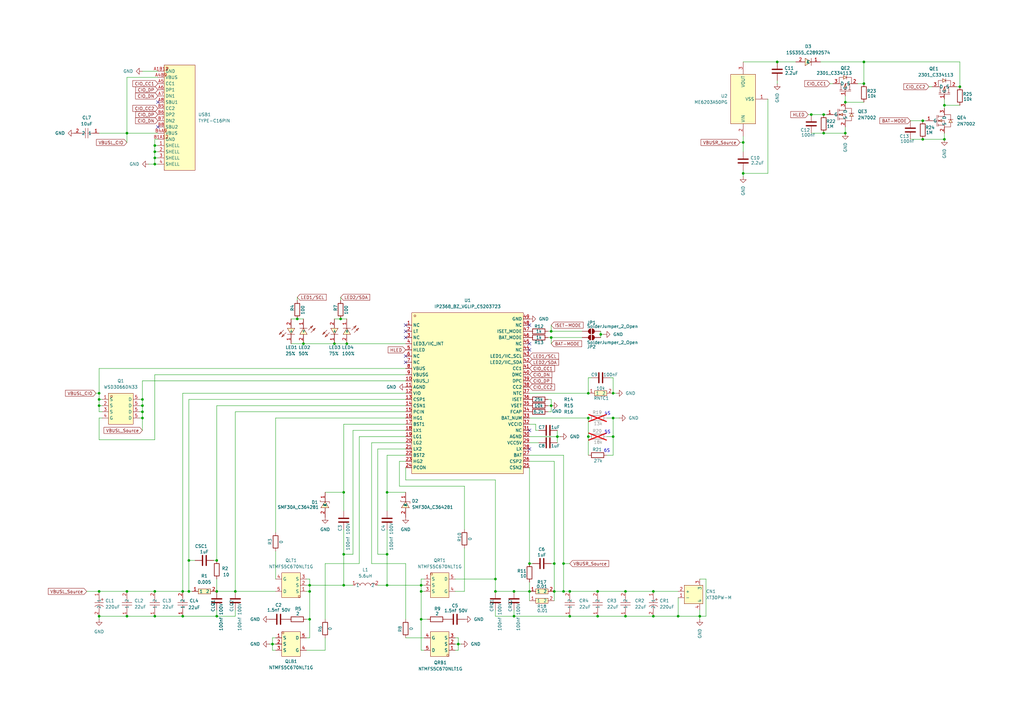
<source format=kicad_sch>
(kicad_sch (version 20231120) (generator "eeschema") (generator_version "8.0")
  (paper "A3")
  (title_block (title "PowerPack"))
  (junction (at 40.64 242.57))
  (junction (at 77.47 242.57))
  (junction (at 241.3 179.07))
  (junction (at 217.17 242.57))
  (junction (at 140.97 240.03))
  (junction (at 354.33 25.4))
  (junction (at 393.7 35.56))
  (junction (at 127 240.03))
  (junction (at 40.64 166.37))
  (junction (at 77.47 229.87))
  (junction (at 233.68 252.73))
  (junction (at 172.72 240.03))
  (junction (at 256.54 252.73))
  (junction (at 127 254))
  (junction (at 63.5 67.31))
  (junction (at 227.33 242.57))
  (junction (at 210.82 252.73))
  (junction (at 251.46 161.29))
  (junction (at 52.07 54.61))
  (junction (at 58.42 166.37))
  (junction (at 52.07 242.57))
  (junction (at 251.46 179.07))
  (junction (at 233.68 242.57))
  (junction (at 210.82 242.57))
  (junction (at 172.72 242.57))
  (junction (at 226.06 138.43))
  (junction (at 332.74 46.99))
  (junction (at 124.46 140.97))
  (junction (at 246.38 137.16))
  (junction (at 346.71 41.91))
  (junction (at 74.93 252.73))
  (junction (at 187.96 264.16))
  (junction (at 139.7 130.81))
  (junction (at 203.2 242.57))
  (junction (at 287.02 252.73))
  (junction (at 337.82 46.99))
  (junction (at 378.46 49.53))
  (junction (at 231.14 231.14))
  (junction (at 245.11 252.73))
  (junction (at 228.6 179.07))
  (junction (at 142.24 140.97))
  (junction (at 387.35 43.18))
  (junction (at 231.14 242.57))
  (junction (at 387.35 57.15))
  (junction (at 267.97 252.73))
  (junction (at 378.46 57.15))
  (junction (at 96.52 242.57))
  (junction (at 278.13 252.73))
  (junction (at 227.33 231.14))
  (junction (at 337.82 54.61))
  (junction (at 304.8 58.42))
  (junction (at 127 242.57))
  (junction (at 241.3 171.45))
  (junction (at 140.97 227.33))
  (junction (at 140.97 201.93))
  (junction (at 58.42 171.45))
  (junction (at 226.06 135.89))
  (junction (at 88.9 252.73))
  (junction (at 318.77 25.4))
  (junction (at 158.75 201.93))
  (junction (at 346.71 54.61))
  (junction (at 63.5 62.23))
  (junction (at 111.76 264.16))
  (junction (at 256.54 242.57))
  (junction (at 58.42 168.91))
  (junction (at 217.17 231.14))
  (junction (at 304.8 71.12))
  (junction (at 63.5 59.69))
  (junction (at 88.9 242.57))
  (junction (at 267.97 242.57))
  (junction (at 203.2 237.49))
  (junction (at 158.75 240.03))
  (junction (at 121.92 130.81))
  (junction (at 63.5 242.57))
  (junction (at 245.11 242.57))
  (junction (at 241.3 161.29))
  (junction (at 63.5 64.77))
  (junction (at 158.75 227.33))
  (junction (at 251.46 171.45))
  (junction (at 137.16 140.97))
  (junction (at 40.64 163.83))
  (junction (at 354.33 34.29))
  (junction (at 52.07 252.73))
  (junction (at 58.42 163.83))
  (junction (at 40.64 252.73))
  (junction (at 226.06 166.37))
  (junction (at 172.72 254))
  (junction (at 88.9 229.87))
  (junction (at 63.5 252.73))
  (junction (at 74.93 242.57))
  (junction (at 40.64 161.29))
  (no_connect (at 166.37 138.43))
  (no_connect (at 217.17 176.53))
  (no_connect (at 166.37 148.59))
  (no_connect (at 64.77 52.07))
  (no_connect (at 166.37 133.35))
  (no_connect (at 217.17 143.51))
  (no_connect (at 217.17 133.35))
  (no_connect (at 217.17 184.15))
  (no_connect (at 64.77 41.91))
  (no_connect (at 166.37 146.05))
  (no_connect (at 217.17 140.97))
  (no_connect (at 166.37 135.89))
  (wire (pts (xy 172.72 242.57) (xy 172.72 254)))
  (wire (pts (xy 125.73 240.03) (xy 127 240.03)))
  (wire (pts (xy 113.03 266.7) (xy 111.76 266.7)))
  (wire (pts (xy 378.46 49.53) (xy 379.73 49.53)))
  (wire (pts (xy 113.03 226.06) (xy 113.03 237.49)))
  (wire (pts (xy 40.64 166.37) (xy 40.64 168.91)))
  (wire (pts (xy 77.47 229.87) (xy 77.47 242.57)))
  (wire (pts (xy 256.54 252.73) (xy 267.97 252.73)))
  (wire (pts (xy 140.97 201.93) (xy 140.97 209.55)))
  (wire (pts (xy 278.13 245.11) (xy 278.13 252.73)))
  (wire (pts (xy 219.71 173.99) (xy 217.17 173.99)))
  (wire (pts (xy 393.7 25.4) (xy 393.7 35.56)))
  (wire (pts (xy 125.73 254) (xy 127 254)))
  (wire (pts (xy 241.3 179.07) (xy 241.3 186.69)))
  (wire (pts (xy 173.99 242.57) (xy 172.72 242.57)))
  (wire (pts (xy 166.37 168.91) (xy 96.52 168.91)))
  (wire (pts (xy 340.36 34.29) (xy 341.63 34.29)))
  (wire (pts (xy 40.64 242.57) (xy 52.07 242.57)))
  (wire (pts (xy 228.6 176.53) (xy 228.6 179.07)))
  (wire (pts (xy 219.71 176.53) (xy 219.71 173.99)))
  (wire (pts (xy 111.76 261.62) (xy 111.76 264.16)))
  (wire (pts (xy 110.49 264.16) (xy 111.76 264.16)))
  (wire (pts (xy 254 171.45) (xy 251.46 171.45)))
  (wire (pts (xy 113.03 171.45) (xy 113.03 218.44)))
  (wire (pts (xy 172.72 254) (xy 172.72 266.7)))
  (wire (pts (xy 35.56 242.57) (xy 40.64 242.57)))
  (wire (pts (xy 252.73 161.29) (xy 251.46 161.29)))
  (wire (pts (xy 125.73 242.57) (xy 127 242.57)))
  (wire (pts (xy 245.11 242.57) (xy 256.54 242.57)))
  (wire (pts (xy 63.5 57.15) (xy 63.5 59.69)))
  (wire (pts (xy 144.78 176.53) (xy 144.78 227.33)))
  (wire (pts (xy 113.03 261.62) (xy 111.76 261.62)))
  (wire (pts (xy 250.19 154.94) (xy 251.46 154.94)))
  (wire (pts (xy 111.76 266.7) (xy 111.76 264.16)))
  (wire (pts (xy 154.94 227.33) (xy 158.75 227.33)))
  (wire (pts (xy 190.5 242.57) (xy 190.5 224.79)))
  (wire (pts (xy 203.2 237.49) (xy 186.69 237.49)))
  (wire (pts (xy 121.92 130.81) (xy 124.46 130.81)))
  (wire (pts (xy 187.96 261.62) (xy 187.96 264.16)))
  (wire (pts (xy 210.82 252.73) (xy 233.68 252.73)))
  (wire (pts (xy 203.2 242.57) (xy 210.82 242.57)))
  (wire (pts (xy 173.99 266.7) (xy 172.72 266.7)))
  (wire (pts (xy 166.37 186.69) (xy 158.75 186.69)))
  (wire (pts (xy 224.79 168.91) (xy 226.06 168.91)))
  (wire (pts (xy 337.82 54.61) (xy 332.74 54.61)))
  (wire (pts (xy 248.92 179.07) (xy 251.46 179.07)))
  (wire (pts (xy 125.73 237.49) (xy 127 237.49)))
  (wire (pts (xy 303.53 58.42) (xy 304.8 58.42)))
  (wire (pts (xy 40.64 252.73) (xy 52.07 252.73)))
  (wire (pts (xy 52.07 58.42) (xy 52.07 54.61)))
  (wire (pts (xy 57.15 166.37) (xy 58.42 166.37)))
  (wire (pts (xy 88.9 166.37) (xy 88.9 229.87)))
  (wire (pts (xy 88.9 242.57) (xy 96.52 242.57)))
  (wire (pts (xy 229.87 179.07) (xy 228.6 179.07)))
  (wire (pts (xy 166.37 171.45) (xy 113.03 171.45)))
  (wire (pts (xy 139.7 121.92) (xy 139.7 123.19)))
  (wire (pts (xy 158.75 201.93) (xy 166.37 201.93)))
  (wire (pts (xy 241.3 154.94) (xy 241.3 161.29)))
  (wire (pts (xy 52.07 31.75) (xy 52.07 54.61)))
  (wire (pts (xy 203.2 250.19) (xy 203.2 252.73)))
  (wire (pts (xy 224.79 166.37) (xy 226.06 166.37)))
  (wire (pts (xy 166.37 163.83) (xy 77.47 163.83)))
  (wire (pts (xy 226.06 163.83) (xy 226.06 166.37)))
  (wire (pts (xy 152.4 231.14) (xy 166.37 231.14)))
  (wire (pts (xy 231.14 231.14) (xy 231.14 242.57)))
  (wire (pts (xy 52.07 252.73) (xy 63.5 252.73)))
  (wire (pts (xy 166.37 191.77) (xy 166.37 196.85)))
  (wire (pts (xy 166.37 166.37) (xy 88.9 166.37)))
  (wire (pts (xy 139.7 130.81) (xy 142.24 130.81)))
  (wire (pts (xy 140.97 217.17) (xy 140.97 227.33)))
  (wire (pts (xy 74.93 161.29) (xy 74.93 242.57)))
  (wire (pts (xy 203.2 196.85) (xy 203.2 237.49)))
  (wire (pts (xy 64.77 57.15) (xy 63.5 57.15)))
  (wire (pts (xy 96.52 252.73) (xy 88.9 252.73)))
  (wire (pts (xy 133.35 231.14) (xy 133.35 254)))
  (wire (pts (xy 137.16 130.81) (xy 139.7 130.81)))
  (wire (pts (xy 331.47 46.99) (xy 332.74 46.99)))
  (wire (pts (xy 64.77 31.75) (xy 52.07 31.75)))
  (wire (pts (xy 346.71 54.61) (xy 337.82 54.61)))
  (wire (pts (xy 142.24 140.97) (xy 166.37 140.97)))
  (wire (pts (xy 154.94 184.15) (xy 154.94 227.33)))
  (wire (pts (xy 58.42 29.21) (xy 64.77 29.21)))
  (wire (pts (xy 163.83 189.23) (xy 163.83 199.39)))
  (wire (pts (xy 77.47 242.57) (xy 78.74 242.57)))
  (wire (pts (xy 217.17 238.76) (xy 217.17 242.57)))
  (wire (pts (xy 226.06 138.43) (xy 224.79 138.43)))
  (wire (pts (xy 226.06 135.89) (xy 224.79 135.89)))
  (wire (pts (xy 166.37 231.14) (xy 166.37 254)))
  (wire (pts (xy 40.64 168.91) (xy 41.91 168.91)))
  (wire (pts (xy 158.75 227.33) (xy 158.75 240.03)))
  (wire (pts (xy 251.46 179.07) (xy 251.46 186.69)))
  (wire (pts (xy 304.8 58.42) (xy 304.8 55.88)))
  (wire (pts (xy 58.42 171.45) (xy 57.15 171.45)))
  (wire (pts (xy 227.33 231.14) (xy 226.06 231.14)))
  (wire (pts (xy 238.76 135.89) (xy 226.06 135.89)))
  (wire (pts (xy 337.82 46.99) (xy 339.09 46.99)))
  (wire (pts (xy 354.33 25.4) (xy 354.33 34.29)))
  (wire (pts (xy 119.38 130.81) (xy 121.92 130.81)))
  (wire (pts (xy 318.77 33.02) (xy 318.77 34.29)))
  (wire (pts (xy 186.69 242.57) (xy 190.5 242.57)))
  (wire (pts (xy 190.5 199.39) (xy 190.5 217.17)))
  (wire (pts (xy 163.83 189.23) (xy 166.37 189.23)))
  (wire (pts (xy 166.37 151.13) (xy 40.64 151.13)))
  (wire (pts (xy 251.46 171.45) (xy 251.46 179.07)))
  (wire (pts (xy 137.16 140.97) (xy 142.24 140.97)))
  (wire (pts (xy 217.17 189.23) (xy 227.33 189.23)))
  (wire (pts (xy 226.06 138.43) (xy 226.06 140.97)))
  (wire (pts (xy 40.64 161.29) (xy 40.64 163.83)))
  (wire (pts (xy 217.17 242.57) (xy 217.17 246.38)))
  (wire (pts (xy 387.35 44.45) (xy 387.35 43.18)))
  (wire (pts (xy 40.64 254) (xy 40.64 252.73)))
  (wire (pts (xy 58.42 163.83) (xy 58.42 166.37)))
  (wire (pts (xy 63.5 59.69) (xy 63.5 62.23)))
  (wire (pts (xy 125.73 266.7) (xy 133.35 266.7)))
  (wire (pts (xy 124.46 140.97) (xy 137.16 140.97)))
  (wire (pts (xy 186.69 261.62) (xy 187.96 261.62)))
  (wire (pts (xy 127 254) (xy 127 261.62)))
  (wire (pts (xy 287.02 252.73) (xy 278.13 252.73)))
  (wire (pts (xy 40.64 180.34) (xy 40.64 171.45)))
  (wire (pts (xy 227.33 242.57) (xy 227.33 246.38)))
  (wire (pts (xy 40.64 166.37) (xy 41.91 166.37)))
  (wire (pts (xy 172.72 237.49) (xy 172.72 240.03)))
  (wire (pts (xy 218.44 231.14) (xy 217.17 231.14)))
  (wire (pts (xy 251.46 154.94) (xy 251.46 161.29)))
  (wire (pts (xy 158.75 186.69) (xy 158.75 201.93)))
  (wire (pts (xy 63.5 59.69) (xy 64.77 59.69)))
  (wire (pts (xy 228.6 179.07) (xy 228.6 181.61)))
  (wire (pts (xy 231.14 186.69) (xy 231.14 231.14)))
  (wire (pts (xy 287.02 237.49) (xy 289.56 237.49)))
  (wire (pts (xy 393.7 35.56) (xy 392.43 35.56)))
  (wire (pts (xy 158.75 217.17) (xy 158.75 227.33)))
  (wire (pts (xy 314.96 71.12) (xy 304.8 71.12)))
  (wire (pts (xy 127 237.49) (xy 127 240.03)))
  (wire (pts (xy 111.76 264.16) (xy 113.03 264.16)))
  (wire (pts (xy 166.37 196.85) (xy 203.2 196.85)))
  (wire (pts (xy 233.68 242.57) (xy 245.11 242.57)))
  (wire (pts (xy 88.9 252.73) (xy 74.93 252.73)))
  (wire (pts (xy 233.68 231.14) (xy 231.14 231.14)))
  (wire (pts (xy 140.97 240.03) (xy 144.78 240.03)))
  (wire (pts (xy 147.32 231.14) (xy 133.35 231.14)))
  (wire (pts (xy 304.8 62.23) (xy 304.8 58.42)))
  (wire (pts (xy 63.5 242.57) (xy 74.93 242.57)))
  (wire (pts (xy 96.52 250.19) (xy 96.52 252.73)))
  (wire (pts (xy 336.55 25.4) (xy 354.33 25.4)))
  (wire (pts (xy 217.17 186.69) (xy 231.14 186.69)))
  (wire (pts (xy 166.37 161.29) (xy 74.93 161.29)))
  (wire (pts (xy 40.64 54.61) (xy 52.07 54.61)))
  (wire (pts (xy 40.64 163.83) (xy 40.64 166.37)))
  (wire (pts (xy 96.52 242.57) (xy 113.03 242.57)))
  (wire (pts (xy 63.5 64.77) (xy 64.77 64.77)))
  (wire (pts (xy 387.35 57.15) (xy 378.46 57.15)))
  (wire (pts (xy 144.78 227.33) (xy 140.97 227.33)))
  (wire (pts (xy 187.96 266.7) (xy 187.96 264.16)))
  (wire (pts (xy 133.35 201.93) (xy 140.97 201.93)))
  (wire (pts (xy 233.68 252.73) (xy 245.11 252.73)))
  (wire (pts (xy 393.7 43.18) (xy 387.35 43.18)))
  (wire (pts (xy 127 240.03) (xy 127 242.57)))
  (wire (pts (xy 210.82 242.57) (xy 217.17 242.57)))
  (wire (pts (xy 289.56 237.49) (xy 289.56 252.73)))
  (wire (pts (xy 63.5 62.23) (xy 64.77 62.23)))
  (wire (pts (xy 227.33 242.57) (xy 227.33 231.14)))
  (wire (pts (xy 152.4 181.61) (xy 152.4 231.14)))
  (wire (pts (xy 354.33 25.4) (xy 393.7 25.4)))
  (wire (pts (xy 246.38 135.89) (xy 246.38 137.16)))
  (wire (pts (xy 52.07 242.57) (xy 63.5 242.57)))
  (wire (pts (xy 256.54 242.57) (xy 267.97 242.57)))
  (wire (pts (xy 133.35 266.7) (xy 133.35 261.62)))
  (wire (pts (xy 57.15 168.91) (xy 58.42 168.91)))
  (wire (pts (xy 373.38 49.53) (xy 378.46 49.53)))
  (wire (pts (xy 217.17 181.61) (xy 220.98 181.61)))
  (wire (pts (xy 166.37 261.62) (xy 173.99 261.62)))
  (wire (pts (xy 186.69 264.16) (xy 187.96 264.16)))
  (wire (pts (xy 60.96 67.31) (xy 63.5 67.31)))
  (wire (pts (xy 217.17 191.77) (xy 217.17 231.14)))
  (wire (pts (xy 351.79 34.29) (xy 354.33 34.29)))
  (wire (pts (xy 373.38 57.15) (xy 378.46 57.15)))
  (wire (pts (xy 219.71 176.53) (xy 220.98 176.53)))
  (wire (pts (xy 246.38 138.43) (xy 246.38 137.16)))
  (wire (pts (xy 172.72 242.57) (xy 172.72 240.03)))
  (wire (pts (xy 166.37 181.61) (xy 152.4 181.61)))
  (wire (pts (xy 166.37 153.67) (xy 63.5 153.67)))
  (wire (pts (xy 166.37 173.99) (xy 140.97 173.99)))
  (wire (pts (xy 346.71 39.37) (xy 346.71 41.91)))
  (wire (pts (xy 147.32 179.07) (xy 147.32 231.14)))
  (wire (pts (xy 387.35 54.61) (xy 387.35 57.15)))
  (wire (pts (xy 127 240.03) (xy 140.97 240.03)))
  (wire (pts (xy 58.42 166.37) (xy 58.42 168.91)))
  (wire (pts (xy 63.5 252.73) (xy 74.93 252.73)))
  (wire (pts (xy 163.83 199.39) (xy 190.5 199.39)))
  (wire (pts (xy 346.71 41.91) (xy 354.33 41.91)))
  (wire (pts (xy 242.57 154.94) (xy 241.3 154.94)))
  (wire (pts (xy 154.94 184.15) (xy 166.37 184.15)))
  (wire (pts (xy 63.5 153.67) (xy 63.5 180.34)))
  (wire (pts (xy 119.38 140.97) (xy 124.46 140.97)))
  (wire (pts (xy 127 242.57) (xy 127 254)))
  (wire (pts (xy 203.2 242.57) (xy 203.2 237.49)))
  (wire (pts (xy 346.71 52.07) (xy 346.71 54.61)))
  (wire (pts (xy 58.42 171.45) (xy 58.42 176.53)))
  (wire (pts (xy 96.52 168.91) (xy 96.52 242.57)))
  (wire (pts (xy 166.37 176.53) (xy 144.78 176.53)))
  (wire (pts (xy 63.5 180.34) (xy 40.64 180.34)))
  (wire (pts (xy 140.97 227.33) (xy 140.97 240.03)))
  (wire (pts (xy 41.91 163.83) (xy 40.64 163.83)))
  (wire (pts (xy 158.75 201.93) (xy 158.75 209.55)))
  (wire (pts (xy 267.97 252.73) (xy 278.13 252.73)))
  (wire (pts (xy 217.17 179.07) (xy 228.6 179.07)))
  (wire (pts (xy 227.33 242.57) (xy 231.14 242.57)))
  (wire (pts (xy 187.96 264.16) (xy 189.23 264.16)))
  (wire (pts (xy 304.8 25.4) (xy 318.77 25.4)))
  (wire (pts (xy 77.47 163.83) (xy 77.47 229.87)))
  (wire (pts (xy 80.01 229.87) (xy 77.47 229.87)))
  (wire (pts (xy 40.64 171.45) (xy 41.91 171.45)))
  (wire (pts (xy 226.06 163.83) (xy 224.79 163.83)))
  (wire (pts (xy 166.37 156.21) (xy 58.42 156.21)))
  (wire (pts (xy 203.2 252.73) (xy 210.82 252.73)))
  (wire (pts (xy 172.72 240.03) (xy 173.99 240.03)))
  (wire (pts (xy 226.06 133.35) (xy 226.06 135.89)))
  (wire (pts (xy 248.92 171.45) (xy 251.46 171.45)))
  (wire (pts (xy 39.37 161.29) (xy 40.64 161.29)))
  (wire (pts (xy 314.96 40.64) (xy 314.96 71.12)))
  (wire (pts (xy 125.73 261.62) (xy 127 261.62)))
  (wire (pts (xy 140.97 173.99) (xy 140.97 201.93)))
  (wire (pts (xy 304.8 71.12) (xy 304.8 69.85)))
  (wire (pts (xy 227.33 189.23) (xy 227.33 231.14)))
  (wire (pts (xy 217.17 171.45) (xy 241.3 171.45)))
  (wire (pts (xy 387.35 43.18) (xy 387.35 40.64)))
  (wire (pts (xy 246.38 137.16) (xy 247.65 137.16)))
  (wire (pts (xy 217.17 161.29) (xy 241.3 161.29)))
  (wire (pts (xy 245.11 252.73) (xy 256.54 252.73)))
  (wire (pts (xy 158.75 240.03) (xy 172.72 240.03)))
  (wire (pts (xy 154.94 240.03) (xy 158.75 240.03)))
  (wire (pts (xy 87.63 229.87) (xy 88.9 229.87)))
  (wire (pts (xy 40.64 151.13) (xy 40.64 161.29)))
  (wire (pts (xy 248.92 186.69) (xy 251.46 186.69)))
  (wire (pts (xy 175.26 254) (xy 172.72 254)))
  (wire (pts (xy 57.15 163.83) (xy 58.42 163.83)))
  (wire (pts (xy 238.76 138.43) (xy 226.06 138.43)))
  (wire (pts (xy 231.14 242.57) (xy 233.68 242.57)))
  (wire (pts (xy 63.5 62.23) (xy 63.5 64.77)))
  (wire (pts (xy 63.5 64.77) (xy 63.5 67.31)))
  (wire (pts (xy 63.5 67.31) (xy 64.77 67.31)))
  (wire (pts (xy 381 35.56) (xy 382.27 35.56)))
  (wire (pts (xy 88.9 237.49) (xy 88.9 242.57)))
  (wire (pts (xy 226.06 166.37) (xy 226.06 168.91)))
  (wire (pts (xy 121.92 121.92) (xy 121.92 123.19)))
  (wire (pts (xy 88.9 250.19) (xy 88.9 252.73)))
  (wire (pts (xy 58.42 168.91) (xy 58.42 171.45)))
  (wire (pts (xy 287.02 252.73) (xy 287.02 254)))
  (wire (pts (xy 58.42 156.21) (xy 58.42 163.83)))
  (wire (pts (xy 52.07 54.61) (xy 64.77 54.61)))
  (wire (pts (xy 74.93 242.57) (xy 77.47 242.57)))
  (wire (pts (xy 337.82 46.99) (xy 332.74 46.99)))
  (wire (pts (xy 210.82 250.19) (xy 210.82 252.73)))
  (wire (pts (xy 173.99 237.49) (xy 172.72 237.49)))
  (wire (pts (xy 267.97 242.57) (xy 278.13 242.57)))
  (wire (pts (xy 287.02 250.19) (xy 287.02 252.73)))
  (wire (pts (xy 304.8 72.39) (xy 304.8 71.12)))
  (wire (pts (xy 186.69 266.7) (xy 187.96 266.7)))
  (wire (pts (xy 241.3 179.07) (xy 241.3 171.45)))
  (wire (pts (xy 318.77 25.4) (xy 326.39 25.4)))
  (wire (pts (xy 166.37 179.07) (xy 147.32 179.07)))
  (wire (pts (xy 289.56 252.73) (xy 287.02 252.73)))
  (text "5S" (at 249.174 177.292 0) (effects (font (size 1.27 1.27))))
  (text "6S" (at 248.92 184.912 0) (effects (font (size 1.27 1.27))))
  (text "4S" (at 249.174 169.672 0) (effects (font (size 1.27 1.27))))
  (global_label "HLED" (shape input) (at 331.47 46.99 180) (property "Intersheetrefs" "${INTERSHEET_REFS}" (effects (hide yes))))
  (global_label "CIO_DP" (shape input) (at 64.77 46.99 180) (property "Intersheetrefs" "${INTERSHEET_REFS}" (effects (hide yes))))
  (global_label "VBUSR_Source" (shape input) (at 233.68 231.14 0) (property "Intersheetrefs" "${INTERSHEET_REFS}" (effects (hide yes))))
  (global_label "CIO_CC1" (shape input) (at 64.77 34.29 180) (property "Intersheetrefs" "${INTERSHEET_REFS}" (effects (hide yes))))
  (global_label "BAT-MODE" (shape input) (at 226.06 140.97 0) (property "Intersheetrefs" "${INTERSHEET_REFS}" (effects (hide yes))))
  (global_label "VBUSL_Source" (shape input) (at 35.56 242.57 180) (property "Intersheetrefs" "${INTERSHEET_REFS}" (effects (hide yes))))
  (global_label "VBUSL_Source" (shape input) (at 58.42 176.53 180) (property "Intersheetrefs" "${INTERSHEET_REFS}" (effects (hide yes))))
  (global_label "CIO_CC2" (shape input) (at 381 35.56 180) (property "Intersheetrefs" "${INTERSHEET_REFS}" (effects (hide yes))))
  (global_label "CIO_DN" (shape input) (at 64.77 39.37 180) (property "Intersheetrefs" "${INTERSHEET_REFS}" (effects (hide yes))))
  (global_label "HLED" (shape input) (at 166.37 143.51 180) (property "Intersheetrefs" "${INTERSHEET_REFS}" (effects (hide yes))))
  (global_label "CIO_CC1" (shape input) (at 217.17 151.13 0) (property "Intersheetrefs" "${INTERSHEET_REFS}" (effects (hide yes))))
  (global_label "VBUSL_CIO" (shape input) (at 52.07 58.42 180) (property "Intersheetrefs" "${INTERSHEET_REFS}" (effects (hide yes))))
  (global_label "LED1{slash}SCL" (shape input) (at 121.92 121.92 0) (property "Intersheetrefs" "${INTERSHEET_REFS}" (effects (hide yes))))
  (global_label "ISET-MODE" (shape input) (at 226.06 133.35 0) (property "Intersheetrefs" "${INTERSHEET_REFS}" (effects (hide yes))))
  (global_label "VBUSL_CIO" (shape input) (at 39.37 161.29 180) (property "Intersheetrefs" "${INTERSHEET_REFS}" (effects (hide yes))))
  (global_label "LED1{slash}SCL" (shape input) (at 217.17 146.05 0) (property "Intersheetrefs" "${INTERSHEET_REFS}" (effects (hide yes))))
  (global_label "CIO_DP" (shape input) (at 64.77 36.83 180) (property "Intersheetrefs" "${INTERSHEET_REFS}" (effects (hide yes))))
  (global_label "CIO_CC2" (shape input) (at 217.17 158.75 0) (property "Intersheetrefs" "${INTERSHEET_REFS}" (effects (hide yes))))
  (global_label "CIO_DN" (shape input) (at 64.77 49.53 180) (property "Intersheetrefs" "${INTERSHEET_REFS}" (effects (hide yes))))
  (global_label "LED2{slash}SDA" (shape input) (at 139.7 121.92 0) (property "Intersheetrefs" "${INTERSHEET_REFS}" (effects (hide yes))))
  (global_label "CIO_CC1" (shape input) (at 340.36 34.29 180) (property "Intersheetrefs" "${INTERSHEET_REFS}" (effects (hide yes))))
  (global_label "LED2{slash}SDA" (shape input) (at 217.17 148.59 0) (property "Intersheetrefs" "${INTERSHEET_REFS}" (effects (hide yes))))
  (global_label "CIO_DP" (shape input) (at 217.17 156.21 0) (property "Intersheetrefs" "${INTERSHEET_REFS}" (effects (hide yes))))
  (global_label "BAT-MODE" (shape input) (at 373.38 49.53 180) (property "Intersheetrefs" "${INTERSHEET_REFS}" (effects (hide yes))))
  (global_label "CIO_DN" (shape input) (at 217.17 153.67 0) (property "Intersheetrefs" "${INTERSHEET_REFS}" (effects (hide yes))))
  (global_label "CIO_CC2" (shape input) (at 64.77 44.45 180) (property "Intersheetrefs" "${INTERSHEET_REFS}" (effects (hide yes))))
  (global_label "VBUSR_Source" (shape input) (at 303.53 58.42 180) (property "Intersheetrefs" "${INTERSHEET_REFS}" (effects (hide yes))))
  (symbol (lib_id "Device:C") (at 210.82 246.38 0) (unit 1)
    (property "Reference" "CRQ2" (at 209.296 250.952 90) (effects (justify left)))
    (property "Value" "100nf 100V" (at 212.598 258.826 90) (effects (justify left)))
    (property "Footprint" "Capacitor_SMD:C_0402_1005Metric_Pad0.74x0.62mm_HandSolder" (effects (hide yes)))
    (property "Description" "Unpolarized capacitor" (effects (hide yes)))
  )
  (symbol (lib_id "power:GND") (at 346.71 54.61 0) (unit 1)
    (property "Reference" "#PWR021" (effects (hide yes)))
    (property "Value" "GND" (at 346.7101 58.42 90) (effects (justify right)))
    (property "Description" "Power symbol creates a global label with name \"GND\" , ground" (effects (hide yes)))
  )
  (symbol (lib_id "Device:C") (at 222.25 231.14 90) (unit 1)
    (property "Reference" "C6" (at 223.52 225.298 90) (effects (justify left)))
    (property "Value" "1uF" (at 224.028 227.584 90) (effects (justify left)))
    (property "Footprint" "Capacitor_SMD:C_0402_1005Metric_Pad0.74x0.62mm_HandSolder" (effects (hide yes)))
    (property "Description" "Unpolarized capacitor" (effects (hide yes)))
  )
  (symbol (lib_id "Device:R") (at 113.03 222.25 0) (unit 1)
    (property "Reference" "R3" (at 110.744 223.52 90) (effects (justify left)))
    (property "Value" "0" (at 115.316 223.012 90) (effects (justify left)))
    (property "Footprint" "Resistor_SMD:R_0603_1608Metric_Pad0.98x0.95mm_HandSolder" (effects (hide yes)))
    (property "Description" "Resistor" (effects (hide yes)))
  )
  (symbol (lib_id "power:GND") (at 387.35 57.15 0) (unit 1)
    (property "Reference" "#PWR022" (effects (hide yes)))
    (property "Value" "GND" (at 387.3501 60.96 90) (effects (justify right)))
    (property "Description" "Power symbol creates a global label with name \"GND\" , ground" (effects (hide yes)))
  )
  (symbol (lib_id "easyeda2kicad:NTMFS5C670NLT1G") (at 118.11 264.16 0) (unit 1)
    (property "Reference" "QLB1" (at 119.38 271.272 0))
    (property "Value" "NTMFS5C670NLT1G" (at 119.38 273.812 0))
    (property "Footprint" "easyeda2kicad:DFN-5_L6.1-W5.1-P1.27-BL" (effects (hide yes)))
    (property "Datasheet" "https://lcsc.com/product-detail/Others_ON-Semicon_NTMFS5C670NLT1G_ON-Semicon-ON-NTMFS5C670NLT1G_C179626.html" (effects (hide yes)))
    (property "LCSC Part" "C179626" (effects (hide yes)))
  )
  (symbol (lib_id "Device:C") (at 224.79 176.53 90) (unit 1)
    (property "Reference" "C7" (at 223.52 175.26 90) (effects (justify left)))
    (property "Value" "1uF" (at 229.616 175.26 90) (effects (justify left)))
    (property "Footprint" "Capacitor_SMD:C_0402_1005Metric_Pad0.74x0.62mm_HandSolder" (effects (hide yes)))
    (property "Description" "Unpolarized capacitor" (effects (hide yes)))
  )
  (symbol (lib_id "power:GND") (at 60.96 67.31 270) (unit 1)
    (property "Reference" "#PWR04" (effects (hide yes)))
    (property "Value" "GND" (at 57.15 67.3099 90) (effects (justify right)))
    (property "Description" "Power symbol creates a global label with name \"GND\" , ground" (effects (hide yes)))
  )
  (symbol (lib_id "power:GND") (at 318.77 34.29 0) (unit 1)
    (property "Reference" "#PWR020" (effects (hide yes)))
    (property "Value" "GND" (at 318.7701 38.1 90) (effects (justify right)))
    (property "Description" "Power symbol creates a global label with name \"GND\" , ground" (effects (hide yes)))
  )
  (symbol (lib_id "Device:R") (at 139.7 127 180) (unit 1)
    (property "Reference" "R7" (at 137.668 124.968 90) (effects (justify left)))
    (property "Value" "100" (at 141.986 125.222 90) (effects (justify left)))
    (property "Footprint" "Resistor_SMD:R_0402_1005Metric_Pad0.72x0.64mm_HandSolder" (effects (hide yes)))
    (property "Description" "Resistor" (effects (hide yes)))
  )
  (symbol (lib_id "easyeda2kicad:IP2368_BZ_VGLIP_C5203723") (at 191.77 161.29 0) (unit 1)
    (property "Reference" "U1" (at 191.77 123.19 0))
    (property "Value" "IP2368_BZ_VGLIP_C5203723" (at 191.77 125.73 0))
    (property "Footprint" "easyeda2kicad:QFN-48_L7.0-W7.0-P0.50-TL-EP5.4-1" (effects (hide yes)))
    (property "LCSC Part" "C5203723" (effects (hide yes)))
  )
  (symbol (lib_id "Device:R") (at 220.98 168.91 90) (unit 1)
    (property "Reference" "R16" (at 235.204 168.91 90) (effects (justify left)))
    (property "Value" "6.2k" (at 223.012 168.91 90) (effects (justify left)))
    (property "Footprint" "Resistor_SMD:R_0402_1005Metric_Pad0.72x0.64mm_HandSolder" (effects (hide yes)))
    (property "Description" "Resistor" (effects (hide yes)))
  )
  (symbol (lib_id "power:GND") (at 247.65 137.16 90) (unit 1)
    (property "Reference" "#PWR015" (effects (hide yes)))
    (property "Value" "GND" (at 251.46 137.1599 90) (effects (justify right)))
    (property "Description" "Power symbol creates a global label with name \"GND\" , ground" (effects (hide yes)))
  )
  (symbol (lib_id "Device:C") (at 114.3 254 90) (unit 1)
    (property "Reference" "C2" (at 115.57 248.158 90) (effects (justify left)))
    (property "Value" "1.5nf 50V" (at 119.126 250.19 90) (effects (justify left)))
    (property "Footprint" "Capacitor_SMD:C_0402_1005Metric_Pad0.74x0.62mm_HandSolder" (effects (hide yes)))
    (property "Description" "Unpolarized capacitor" (effects (hide yes)))
  )
  (symbol (lib_id "Device:C") (at 203.2 246.38 0) (unit 1)
    (property "Reference" "CRQ1" (at 201.676 250.952 90) (effects (justify left)))
    (property "Value" "100nf 100V" (at 204.978 258.826 90) (effects (justify left)))
    (property "Footprint" "Capacitor_SMD:C_0402_1005Metric_Pad0.74x0.62mm_HandSolder" (effects (hide yes)))
    (property "Description" "Unpolarized capacitor" (effects (hide yes)))
  )
  (symbol (lib_id "easyeda2kicad:GMK325BJ226MM-P") (at 74.93 247.65 90) (unit 1)
    (property "Reference" "CL4" (at 77.724 246.38 90) (effects (justify right)))
    (property "Value" "22uF" (at 77.216 249.174 90) (effects (justify right)))
    (property "Footprint" "easyeda2kicad:C1210" (effects (hide yes)))
    (property "LCSC Part" "C778721" (effects (hide yes)))
  )
  (symbol (lib_id "Device:C") (at 304.8 66.04 180) (unit 1)
    (property "Reference" "C10" (at 311.658 64.77 0) (effects (justify left)))
    (property "Value" "2.2uF" (at 313.436 66.802 0) (effects (justify left)))
    (property "Footprint" "Capacitor_SMD:C_0402_1005Metric_Pad0.74x0.62mm_HandSolder" (effects (hide yes)))
    (property "Description" "Unpolarized capacitor" (effects (hide yes)))
  )
  (symbol (lib_id "easyeda2kicad:2N7002") (at 384.81 49.53 0) (unit 1)
    (property "Reference" "QE4" (at 392.43 48.2599 0) (effects (justify left)))
    (property "Value" "2N7002" (at 392.43 50.7999 0) (effects (justify left)))
    (property "Footprint" "easyeda2kicad:SOT-23-3_L2.9-W1.3-P1.90-LS2.4-BR" (effects (hide yes)))
    (property "Datasheet" "https://lcsc.com/product-detail/MOSFET_2N7002-7002_C8545.html" (effects (hide yes)))
    (property "LCSC Part" "C8545" (effects (hide yes)))
  )
  (symbol (lib_id "easyeda2kicad:NCD0603W1") (at 142.24 135.89 270) (unit 1)
    (property "Reference" "LED4" (at 140.208 142.494 90) (effects (justify left)))
    (property "Value" "100%" (at 140.208 145.034 90) (effects (justify left)))
    (property "Footprint" "easyeda2kicad:LED0603-RD" (effects (hide yes)))
    (property "Datasheet" "https://lcsc.com/product-detail/Light-Emitting-Diodes-LED_White-light-SMDLED-200-225mcdatIF-5mA-Color-temperature-C_C84265.html" (effects (hide yes)))
    (property "LCSC Part" "C84265" (effects (hide yes)))
  )
  (symbol (lib_id "easyeda2kicad:NCD0603W1") (at 124.46 135.89 270) (unit 1)
    (property "Reference" "LED2" (at 122.428 142.494 90) (effects (justify left)))
    (property "Value" "50%" (at 122.428 145.034 90) (effects (justify left)))
    (property "Footprint" "easyeda2kicad:LED0603-RD" (effects (hide yes)))
    (property "Datasheet" "https://lcsc.com/product-detail/Light-Emitting-Diodes-LED_White-light-SMDLED-200-225mcdatIF-5mA-Color-temperature-C_C84265.html" (effects (hide yes)))
    (property "LCSC Part" "C84265" (effects (hide yes)))
  )
  (symbol (lib_id "power:GND") (at 30.48 54.61 270) (unit 1)
    (property "Reference" "#PWR01" (effects (hide yes)))
    (property "Value" "GND" (at 26.67 54.6099 90) (effects (justify right)))
    (property "Description" "Power symbol creates a global label with name \"GND\" , ground" (effects (hide yes)))
  )
  (symbol (lib_id "power:GND") (at 287.02 254 0) (unit 1)
    (property "Reference" "#PWR018" (effects (hide yes)))
    (property "Value" "GND" (at 287.0201 257.81 90) (effects (justify right)))
    (property "Description" "Power symbol creates a global label with name \"GND\" , ground" (effects (hide yes)))
  )
  (symbol (lib_id "Device:R") (at 190.5 220.98 0) (unit 1)
    (property "Reference" "R10" (at 188.468 222.25 90) (effects (justify left)))
    (property "Value" "0" (at 192.786 221.742 90) (effects (justify left)))
    (property "Footprint" "Resistor_SMD:R_0603_1608Metric_Pad0.98x0.95mm_HandSolder" (effects (hide yes)))
    (property "Description" "Resistor" (effects (hide yes)))
  )
  (symbol (lib_id "Device:C") (at 140.97 213.36 0) (unit 1)
    (property "Reference" "C3" (at 139.446 217.932 90) (effects (justify left)))
    (property "Value" "100nf 100V" (at 142.748 225.806 90) (effects (justify left)))
    (property "Footprint" "Capacitor_SMD:C_0402_1005Metric_Pad0.74x0.62mm_HandSolder" (effects (hide yes)))
    (property "Description" "Unpolarized capacitor" (effects (hide yes)))
  )
  (symbol (lib_id "power:GND") (at 133.35 212.09 0) (unit 1)
    (property "Reference" "#PWR07" (effects (hide yes)))
    (property "Value" "GND" (at 133.35 217.17 0))
    (property "Description" "Power symbol creates a global label with name \"GND\" , ground" (effects (hide yes)))
  )
  (symbol (lib_id "Device:C") (at 186.69 254 90) (unit 1)
    (property "Reference" "C5" (at 187.96 248.412 90) (effects (justify left)))
    (property "Value" "1.5nf 50V" (at 191.77 250.444 90) (effects (justify left)))
    (property "Footprint" "Capacitor_SMD:C_0402_1005Metric_Pad0.74x0.62mm_HandSolder" (effects (hide yes)))
    (property "Description" "Unpolarized capacitor" (effects (hide yes)))
  )
  (symbol (lib_id "power:GND") (at 226.06 166.37 90) (unit 1)
    (property "Reference" "#PWR013" (effects (hide yes)))
    (property "Value" "GND" (at 226.314 168.656 90) (effects (justify right)))
    (property "Description" "Power symbol creates a global label with name \"GND\" , ground" (effects (hide yes)))
  )
  (symbol (lib_id "power:GND") (at 304.8 72.39 0) (unit 1)
    (property "Reference" "#PWR019" (effects (hide yes)))
    (property "Value" "GND" (at 304.8001 76.2 90) (effects (justify right)))
    (property "Description" "Power symbol creates a global label with name \"GND\" , ground" (effects (hide yes)))
  )
  (symbol (lib_id "power:GND") (at 254 171.45 90) (unit 1)
    (property "Reference" "#PWR017" (effects (hide yes)))
    (property "Value" "GND" (at 257.81 171.4499 90) (effects (justify right)))
    (property "Description" "Power symbol creates a global label with name \"GND\" , ground" (effects (hide yes)))
  )
  (symbol (lib_id "easyeda2kicad:XT30PW-M") (at 283.21 243.84 90) (unit 1)
    (property "Reference" "CN1" (at 289.56 242.5699 90) (effects (justify right)))
    (property "Value" "XT30PW-M" (at 289.56 245.1099 90) (effects (justify right)))
    (property "Footprint" "easyeda2kicad:CONN-TH_XT30PW-M" (effects (hide yes)))
    (property "Datasheet" "https://lcsc.com/product-detail/New-Arrivals_Changzhou-Amass-Elec-XT30PW-MMale-head_C431092.html" (effects (hide yes)))
    (property "LCSC Part" "C431092" (effects (hide yes)))
  )
  (symbol (lib_id "easyeda2kicad:2301_C334113") (at 346.71 34.29 90) (unit 1)
    (property "Reference" "QE2" (at 346.71 27.94 90))
    (property "Value" "2301_C334113" (at 342.138 29.972 90))
    (property "Footprint" "easyeda2kicad:SOT-23_L2.9-W1.3-P1.90-LS2.4-BR" (effects (hide yes)))
    (property "Datasheet" "https://lcsc.com/product-detail/Others_GOFORD-2301_C334113.html" (effects (hide yes)))
    (property "LCSC Part" "C334113" (effects (hide yes)))
  )
  (symbol (lib_id "power:GND") (at 190.5 254 90) (unit 1)
    (property "Reference" "#PWR011" (effects (hide yes)))
    (property "Value" "GND" (at 194.31 253.9999 90) (effects (justify right)))
    (property "Description" "Power symbol creates a global label with name \"GND\" , ground" (effects (hide yes)))
  )
  (symbol (lib_id "power:GND") (at 229.87 179.07 90) (unit 1)
    (property "Reference" "#PWR014" (effects (hide yes)))
    (property "Value" "GND" (at 233.68 179.0699 90) (effects (justify right)))
    (property "Description" "Power symbol creates a global label with name \"GND\" , ground" (effects (hide yes)))
  )
  (symbol (lib_id "Device:C") (at 96.52 246.38 0) (unit 1)
    (property "Reference" "CLQ2" (at 94.996 250.952 90) (effects (justify left)))
    (property "Value" "100nf 100V" (at 98.298 258.826 90) (effects (justify left)))
    (property "Footprint" "Capacitor_SMD:C_0402_1005Metric_Pad0.74x0.62mm_HandSolder" (effects (hide yes)))
    (property "Description" "Unpolarized capacitor" (effects (hide yes)))
  )
  (symbol (lib_id "Device:R") (at 245.11 179.07 90) (unit 1) (dnp yes)
    (property "Reference" "R20" (at 246.888 176.784 90) (effects (justify left)))
    (property "Value" "18k" (at 247.142 181.356 90) (effects (justify left)))
    (property "Footprint" "Resistor_SMD:R_0402_1005Metric_Pad0.72x0.64mm_HandSolder" (effects (hide yes)))
    (property "Description" "Resistor" (effects (hide yes)))
  )
  (symbol (lib_id "easyeda2kicad:WSD3066DN33") (at 49.53 166.37 0) (unit 1)
    (property "Reference" "Q1" (at 49.53 156.21 0))
    (property "Value" "WSD3066DN33" (at 49.53 158.75 0))
    (property "Footprint" "easyeda2kicad:DFN-8_L3.3-W3.3-P0.65-BL" (effects (hide yes)))
    (property "Datasheet" "https://lcsc.com/product-detail/MOSFET_WSD3066DN_C148386.html" (effects (hide yes)))
    (property "LCSC Part" "C148386" (effects (hide yes)))
  )
  (symbol (lib_id "Device:C") (at 246.38 154.94 90) (unit 1)
    (property "Reference" "C9" (at 245.11 153.67 90) (effects (justify left)))
    (property "Value" "100nF" (at 253.492 153.67 90) (effects (justify left)))
    (property "Footprint" "Capacitor_SMD:C_0603_1608Metric_Pad1.08x0.95mm_HandSolder" (effects (hide yes)))
    (property "Description" "Unpolarized capacitor" (effects (hide yes)))
  )
  (symbol (lib_id "Device:R") (at 179.07 254 270) (unit 1)
    (property "Reference" "R9" (at 178.054 249.682 90) (effects (justify left)))
    (property "Value" "2" (at 178.562 251.714 90) (effects (justify left)))
    (property "Footprint" "Resistor_SMD:R_0402_1005Metric_Pad0.72x0.64mm_HandSolder" (effects (hide yes)))
    (property "Description" "Resistor" (effects (hide yes)))
  )
  (symbol (lib_id "easyeda2kicad:GMK325BJ226MM-P") (at 52.07 247.65 90) (unit 1)
    (property "Reference" "CL2" (at 55.118 246.38 90) (effects (justify right)))
    (property "Value" "22uF" (at 55.118 248.92 90) (effects (justify right)))
    (property "Footprint" "easyeda2kicad:C1210" (effects (hide yes)))
    (property "LCSC Part" "C778721" (effects (hide yes)))
  )
  (symbol (lib_id "power:GND") (at 110.49 264.16 270) (unit 1)
    (property "Reference" "#PWR06" (effects (hide yes)))
    (property "Value" "GND" (at 106.68 264.1599 90) (effects (justify right)))
    (property "Description" "Power symbol creates a global label with name \"GND\" , ground" (effects (hide yes)))
  )
  (symbol (lib_id "easyeda2kicad:FMF06FTHR010-LHL") (at 222.25 246.38 0) (unit 1)
    (property "Reference" "R18" (at 222.25 248.666 0))
    (property "Value" "0.01" (at 222.504 250.444 0))
    (property "Footprint" "easyeda2kicad:R1206" (effects (hide yes)))
    (property "Datasheet" "https://lcsc.com/product-detail/Metal-Alloy-Resistors_0-01R-R010-1-1W_C105362.html" (effects (hide yes)))
    (property "LCSC Part" "C105362" (effects (hide yes)))
  )
  (symbol (lib_id "Device:R") (at 337.82 50.8 0) (unit 1)
    (property "Reference" "R22" (at 338.836 49.784 0) (effects (justify left)))
    (property "Value" "1M" (at 339.09 51.816 0) (effects (justify left)))
    (property "Footprint" "Resistor_SMD:R_0402_1005Metric_Pad0.72x0.64mm_HandSolder" (effects (hide yes)))
    (property "Description" "Resistor" (effects (hide yes)))
  )
  (symbol (lib_id "easyeda2kicad:SMF30A_C364281") (at 166.37 207.01 270) (unit 1)
    (property "Reference" "D2" (at 168.91 205.4849 90) (effects (justify left)))
    (property "Value" "SMF30A_C364281" (at 168.91 208.0249 90) (effects (justify left)))
    (property "Footprint" "easyeda2kicad:SOD-123_L2.6-W1.6-LS3.5-RD" (effects (hide yes)))
    (property "Datasheet" "https://lcsc.com/product-detail/Others_MDD-Jiangsu-Yutai-Elec-SMF30A_C364281.html" (effects (hide yes)))
    (property "LCSC Part" "C364281" (effects (hide yes)))
  )
  (symbol (lib_id "Device:R") (at 354.33 38.1 180) (unit 1)
    (property "Reference" "R23" (at 359.41 37.338 0) (effects (justify left)))
    (property "Value" "10k" (at 359.41 39.37 0) (effects (justify left)))
    (property "Footprint" "Resistor_SMD:R_0402_1005Metric_Pad0.72x0.64mm_HandSolder" (effects (hide yes)))
    (property "Description" "Resistor" (effects (hide yes)))
  )
  (symbol (lib_id "easyeda2kicad:2301_C334113") (at 387.35 35.56 90) (unit 1)
    (property "Reference" "QE1" (at 383.032 28.194 90))
    (property "Value" "2301_C334113" (at 383.794 30.734 90))
    (property "Footprint" "easyeda2kicad:SOT-23_L2.9-W1.3-P1.90-LS2.4-BR" (effects (hide yes)))
    (property "Datasheet" "https://lcsc.com/product-detail/Others_GOFORD-2301_C334113.html" (effects (hide yes)))
    (property "LCSC Part" "C334113" (effects (hide yes)))
  )
  (symbol (lib_id "easyeda2kicad:1SS355_C2892574") (at 330.2 25.4 180) (unit 1)
    (property "Reference" "D3" (at 331.47 19.05 0))
    (property "Value" "1SS355_C2892574" (at 331.47 21.59 0))
    (property "Footprint" "easyeda2kicad:SOD-323_L1.8-W1.3-LS2.5-RD" (effects (hide yes)))
    (property "LCSC Part" "C2892574" (effects (hide yes)))
  )
  (symbol (lib_id "power:GND") (at 40.64 254 0) (unit 1)
    (property "Reference" "#PWR02" (effects (hide yes)))
    (property "Value" "GND" (at 40.64 259.08 0))
    (property "Description" "Power symbol creates a global label with name \"GND\" , ground" (effects (hide yes)))
  )
  (symbol (lib_id "power:GND") (at 166.37 212.09 0) (unit 1)
    (property "Reference" "#PWR09" (effects (hide yes)))
    (property "Value" "GND" (at 166.37 217.17 0))
    (property "Description" "Power symbol creates a global label with name \"GND\" , ground" (effects (hide yes)))
  )
  (symbol (lib_id "Device:C") (at 224.79 181.61 90) (unit 1)
    (property "Reference" "C8" (at 223.52 182.88 90) (effects (justify left)))
    (property "Value" "1uF" (at 229.616 182.88 90) (effects (justify left)))
    (property "Footprint" "Capacitor_SMD:C_0402_1005Metric_Pad0.74x0.62mm_HandSolder" (effects (hide yes)))
    (property "Description" "Unpolarized capacitor" (effects (hide yes)))
  )
  (symbol (lib_id "Device:R") (at 220.98 135.89 90) (unit 1)
    (property "Reference" "R12" (at 223.012 133.858 90) (effects (justify left)))
    (property "Value" "1k" (at 222.25 135.89 90) (effects (justify left)))
    (property "Footprint" "Resistor_SMD:R_0402_1005Metric_Pad0.72x0.64mm_HandSolder" (effects (hide yes)))
    (property "Description" "Resistor" (effects (hide yes)))
  )
  (symbol (lib_id "easyeda2kicad:NTMFS5C670NLT1G") (at 181.61 264.16 180) (unit 1)
    (property "Reference" "QRB1" (at 180.594 271.78 0))
    (property "Value" "NTMFS5C670NLT1G" (at 180.594 274.32 0))
    (property "Footprint" "easyeda2kicad:DFN-5_L6.1-W5.1-P1.27-BL" (effects (hide yes)))
    (property "Datasheet" "https://lcsc.com/product-detail/Others_ON-Semicon_NTMFS5C670NLT1G_ON-Semicon-ON-NTMFS5C670NLT1G_C179626.html" (effects (hide yes)))
    (property "LCSC Part" "C179626" (effects (hide yes)))
  )
  (symbol (lib_id "easyeda2kicad:RC0603FR-0710KL") (at 246.38 161.29 0) (unit 1)
    (property "Reference" "RNTC1" (at 246.634 163.322 0))
    (property "Value" "10k" (at 246.38 159.258 0))
    (property "Footprint" "easyeda2kicad:R0603" (effects (hide yes)))
    (property "Datasheet" "https://lcsc.com/product-detail/Chip-Resistor-Surface-Mount_10KR-1_C98220.html" (effects (hide yes)))
    (property "LCSC Part" "C98220" (effects (hide yes)))
  )
  (symbol (lib_id "easyeda2kicad:2N7002") (at 344.17 46.99 0) (unit 1)
    (property "Reference" "QE3" (at 351.79 45.7199 0) (effects (justify left)))
    (property "Value" "2N7002" (at 351.79 48.2599 0) (effects (justify left)))
    (property "Footprint" "easyeda2kicad:SOT-23-3_L2.9-W1.3-P1.90-LS2.4-BR" (effects (hide yes)))
    (property "Datasheet" "https://lcsc.com/product-detail/MOSFET_2N7002-7002_C8545.html" (effects (hide yes)))
    (property "LCSC Part" "C8545" (effects (hide yes)))
  )
  (symbol (lib_id "easyeda2kicad:SPZ1VM221F11O00RAXXX") (at 267.97 247.65 270) (unit 1)
    (property "Reference" "CR1" (at 270.51 246.3799 90) (effects (justify left)))
    (property "Value" "220uF" (at 270.51 248.9199 90) (effects (justify left)))
    (property "Footprint" "easyeda2kicad:CAP-TH_BD8.0-P3.50-D0.6-FD" (effects (hide yes)))
    (property "LCSC Part" "C2688260" (effects (hide yes)))
  )
  (symbol (lib_id "power:GND") (at 252.73 161.29 90) (unit 1)
    (property "Reference" "#PWR016" (effects (hide yes)))
    (property "Value" "GND" (at 256.54 161.2899 90) (effects (justify right)))
    (property "Description" "Power symbol creates a global label with name \"GND\" , ground" (effects (hide yes)))
  )
  (symbol (lib_id "Device:C") (at 158.75 213.36 0) (unit 1)
    (property "Reference" "C4" (at 157.226 217.932 90) (effects (justify left)))
    (property "Value" "100nf 100V" (at 160.528 225.806 90) (effects (justify left)))
    (property "Footprint" "Capacitor_SMD:C_0402_1005Metric_Pad0.74x0.62mm_HandSolder" (effects (hide yes)))
    (property "Description" "Unpolarized capacitor" (effects (hide yes)))
  )
  (symbol (lib_id "easyeda2kicad:NCD0603W1") (at 137.16 135.89 90) (unit 1)
    (property "Reference" "LED3" (at 134.874 142.494 90) (effects (justify right)))
    (property "Value" "75%" (at 134.874 145.034 90) (effects (justify right)))
    (property "Footprint" "easyeda2kicad:LED0603-RD" (effects (hide yes)))
    (property "Datasheet" "https://lcsc.com/product-detail/Light-Emitting-Diodes-LED_White-light-SMDLED-200-225mcdatIF-5mA-Color-temperature-C_C84265.html" (effects (hide yes)))
    (property "LCSC Part" "C84265" (effects (hide yes)))
  )
  (symbol (lib_id "Device:R") (at 217.17 234.95 0) (unit 1)
    (property "Reference" "R11" (at 212.09 234.188 0) (effects (justify left)))
    (property "Value" "10" (at 213.36 236.22 0) (effects (justify left)))
    (property "Footprint" "Resistor_SMD:R_0402_1005Metric_Pad0.72x0.64mm_HandSolder" (effects (hide yes)))
    (property "Description" "Resistor" (effects (hide yes)))
  )
  (symbol (lib_id "Device:R") (at 121.92 127 180) (unit 1)
    (property "Reference" "R4" (at 119.888 124.968 90) (effects (justify left)))
    (property "Value" "100" (at 124.206 125.222 90) (effects (justify left)))
    (property "Footprint" "Resistor_SMD:R_0402_1005Metric_Pad0.72x0.64mm_HandSolder" (effects (hide yes)))
    (property "Description" "Resistor" (effects (hide yes)))
  )
  (symbol (lib_id "Device:R") (at 220.98 138.43 90) (unit 1)
    (property "Reference" "R13" (at 223.012 140.462 90) (effects (justify left)))
    (property "Value" "1k" (at 222.25 138.43 90) (effects (justify left)))
    (property "Footprint" "Resistor_SMD:R_0402_1005Metric_Pad0.72x0.64mm_HandSolder" (effects (hide yes)))
    (property "Description" "Resistor" (effects (hide yes)))
  )
  (symbol (lib_id "easyeda2kicad:ME6203A50PG") (at 307.34 40.64 90) (unit 1)
    (property "Reference" "U2" (at 298.45 39.3699 90) (effects (justify left)))
    (property "Value" "ME6203A50PG" (at 298.45 41.9099 90) (effects (justify left)))
    (property "Footprint" "easyeda2kicad:SOT-89_L4.5-W2.5-P1.50-LS4.2-BR" (effects (hide yes)))
    (property "Datasheet" "https://lcsc.com/product-detail/Low-Dropout-Regulators-LDO_ME6203A50PG_C94056.html" (effects (hide yes)))
    (property "LCSC Part" "C94056" (effects (hide yes)))
  )
  (symbol (lib_id "easyeda2kicad:NCD0603W1") (at 119.38 135.89 90) (unit 1)
    (property "Reference" "LED1" (at 117.094 142.494 90) (effects (justify right)))
    (property "Value" "25%" (at 117.094 145.034 90) (effects (justify right)))
    (property "Footprint" "easyeda2kicad:LED0603-RD" (effects (hide yes)))
    (property "Datasheet" "https://lcsc.com/product-detail/Light-Emitting-Diodes-LED_White-light-SMDLED-200-225mcdatIF-5mA-Color-temperature-C_C84265.html" (effects (hide yes)))
    (property "LCSC Part" "C84265" (effects (hide yes)))
  )
  (symbol (lib_id "Device:R") (at 393.7 39.37 180) (unit 1)
    (property "Reference" "R25" (at 398.78 38.608 0) (effects (justify left)))
    (property "Value" "10k" (at 398.78 40.64 0) (effects (justify left)))
    (property "Footprint" "Resistor_SMD:R_0402_1005Metric_Pad0.72x0.64mm_HandSolder" (effects (hide yes)))
    (property "Description" "Resistor" (effects (hide yes)))
  )
  (symbol (lib_id "Device:R") (at 220.98 163.83 90) (unit 1)
    (property "Reference" "R14" (at 235.204 163.83 90) (effects (justify left)))
    (property "Value" "25k" (at 222.758 163.83 90) (effects (justify left)))
    (property "Footprint" "Resistor_SMD:R_0402_1005Metric_Pad0.72x0.64mm_HandSolder" (effects (hide yes)))
    (property "Description" "Resistor" (effects (hide yes)))
  )
  (symbol (lib_id "power:GND") (at 110.49 254 270) (unit 1)
    (property "Reference" "#PWR05" (effects (hide yes)))
    (property "Value" "GND" (at 106.68 253.9999 90) (effects (justify right)))
    (property "Description" "Power symbol creates a global label with name \"GND\" , ground" (effects (hide yes)))
  )
  (symbol (lib_id "Device:C") (at 318.77 29.21 180) (unit 1)
    (property "Reference" "C11" (at 325.628 27.94 0) (effects (justify left)))
    (property "Value" "2.2uF" (at 327.406 29.972 0) (effects (justify left)))
    (property "Footprint" "Capacitor_SMD:C_0402_1005Metric_Pad0.74x0.62mm_HandSolder" (effects (hide yes)))
    (property "Description" "Unpolarized capacitor" (effects (hide yes)))
  )
  (symbol (lib_id "Device:C") (at 88.9 246.38 0) (unit 1)
    (property "Reference" "CLQ1" (at 87.376 250.952 90) (effects (justify left)))
    (property "Value" "100nf 100V" (at 90.678 258.826 90) (effects (justify left)))
    (property "Footprint" "Capacitor_SMD:C_0402_1005Metric_Pad0.74x0.62mm_HandSolder" (effects (hide yes)))
    (property "Description" "Unpolarized capacitor" (effects (hide yes)))
  )
  (symbol (lib_id "power:GND") (at 189.23 264.16 90) (unit 1)
    (property "Reference" "#PWR010" (effects (hide yes)))
    (property "Value" "GND" (at 193.04 264.1599 90) (effects (justify right)))
    (property "Description" "Power symbol creates a global label with name \"GND\" , ground" (effects (hide yes)))
  )
  (symbol (lib_id "Jumper:SolderJumper_2_Open") (at 242.57 138.43 0) (unit 1) (exclude_from_sim yes) (in_bom no)
    (property "Reference" "JP2" (at 242.57 142.24 0))
    (property "Value" "SolderJumper_2_Open" (at 251.206 140.462 0))
    (property "Footprint" "Jumper:SolderJumper-2_P1.3mm_Open_RoundedPad1.0x1.5mm" (effects (hide yes)))
    (property "Description" "Solder Jumper, 2-pole, open" (effects (hide yes)))
  )
  (symbol (lib_id "Device:R") (at 378.46 53.34 0) (unit 1)
    (property "Reference" "R24" (at 379.476 52.324 0) (effects (justify left)))
    (property "Value" "1M" (at 379.73 54.356 0) (effects (justify left)))
    (property "Footprint" "Resistor_SMD:R_0402_1005Metric_Pad0.72x0.64mm_HandSolder" (effects (hide yes)))
    (property "Description" "Resistor" (effects (hide yes)))
  )
  (symbol (lib_id "easyeda2kicad:GMK325BJ226MM-P") (at 256.54 247.65 90) (unit 1)
    (property "Reference" "CR2" (at 260.35 246.3799 90) (effects (justify right)))
    (property "Value" "22uF" (at 260.35 248.9199 90) (effects (justify right)))
    (property "Footprint" "easyeda2kicad:C1210" (effects (hide yes)))
    (property "LCSC Part" "C778721" (effects (hide yes)))
  )
  (symbol (lib_id "easyeda2kicad:NTMFS5C670NLT1G") (at 120.65 240.03 180) (unit 1)
    (property "Reference" "QLT1" (at 119.38 229.87 0))
    (property "Value" "NTMFS5C670NLT1G" (at 119.38 232.41 0))
    (property "Footprint" "easyeda2kicad:DFN-5_L6.1-W5.1-P1.27-BL" (effects (hide yes)))
    (property "Datasheet" "https://lcsc.com/product-detail/Others_ON-Semicon_NTMFS5C670NLT1G_ON-Semicon-ON-NTMFS5C670NLT1G_C179626.html" (effects (hide yes)))
    (property "LCSC Part" "C179626" (effects (hide yes)))
  )
  (symbol (lib_id "Device:R") (at 245.11 171.45 90) (unit 1) (dnp yes)
    (property "Reference" "R19" (at 246.888 169.164 90) (effects (justify left)))
    (property "Value" "13k" (at 247.142 173.736 90) (effects (justify left)))
    (property "Footprint" "Resistor_SMD:R_0402_1005Metric_Pad0.72x0.64mm_HandSolder" (effects (hide yes)))
    (property "Description" "Resistor" (effects (hide yes)))
  )
  (symbol (lib_id "Device:C") (at 332.74 50.8 180) (unit 1)
    (property "Reference" "C12" (at 332.232 53.34 0) (effects (justify left)))
    (property "Value" "100nf " (at 335.28 55.372 0) (effects (justify left)))
    (property "Footprint" "Capacitor_SMD:C_0402_1005Metric_Pad0.74x0.62mm_HandSolder" (effects (hide yes)))
    (property "Description" "Unpolarized capacitor" (effects (hide yes)))
  )
  (symbol (lib_id "Device:R") (at 88.9 233.68 0) (unit 1)
    (property "Reference" "R2" (at 90.932 233.172 0) (effects (justify left)))
    (property "Value" "10" (at 91.44 235.712 0) (effects (justify left)))
    (property "Footprint" "Resistor_SMD:R_0402_1005Metric_Pad0.72x0.64mm_HandSolder" (effects (hide yes)))
    (property "Description" "Resistor" (effects (hide yes)))
  )
  (symbol (lib_id "Device:R") (at 166.37 257.81 0) (unit 1)
    (property "Reference" "R8" (at 164.084 259.334 90) (effects (justify left)))
    (property "Value" "0" (at 168.656 258.572 90) (effects (justify left)))
    (property "Footprint" "Resistor_SMD:R_0603_1608Metric_Pad0.98x0.95mm_HandSolder" (effects (hide yes)))
    (property "Description" "Resistor" (effects (hide yes)))
  )
  (symbol (lib_id "easyeda2kicad:CGA5L1X7R1E106KT0Y0E") (at 35.56 54.61 180) (unit 1)
    (property "Reference" "CL7" (at 35.56 48.26 0))
    (property "Value" "10uF" (at 35.56 50.8 0))
    (property "Footprint" "easyeda2kicad:C1206" (effects (hide yes)))
    (property "Datasheet" "https://lcsc.com/product-detail/Multilayer-Ceramic-Capacitors-MLCC-SMD-SMT_TDK-CGA5L1X7R1E106KT0Y0E_C76715.html" (effects (hide yes)))
    (property "LCSC Part" "C76715" (effects (hide yes)))
  )
  (symbol (lib_id "power:GND") (at 58.42 29.21 270) (unit 1)
    (property "Reference" "#PWR03" (effects (hide yes)))
    (property "Value" "GND" (at 54.61 29.2099 90) (effects (justify right)))
    (property "Description" "Power symbol creates a global label with name \"GND\" , ground" (effects (hide yes)))
  )
  (symbol (lib_id "Device:R") (at 121.92 254 270) (unit 1)
    (property "Reference" "R5" (at 120.904 249.682 90) (effects (justify left)))
    (property "Value" "2" (at 121.412 251.714 90) (effects (justify left)))
    (property "Footprint" "Resistor_SMD:R_0402_1005Metric_Pad0.72x0.64mm_HandSolder" (effects (hide yes)))
    (property "Description" "Resistor" (effects (hide yes)))
  )
  (symbol (lib_id "Device:R") (at 245.11 186.69 90) (unit 1)
    (property "Reference" "R21" (at 246.888 184.404 90) (effects (justify left)))
    (property "Value" "27k" (at 247.142 188.976 90) (effects (justify left)))
    (property "Footprint" "Resistor_SMD:R_0402_1005Metric_Pad0.72x0.64mm_HandSolder" (effects (hide yes)))
    (property "Description" "Resistor" (effects (hide yes)))
  )
  (symbol (lib_id "easyeda2kicad:TYPE-C16PIN") (at 73.66 48.26 0) (unit 1)
    (property "Reference" "USB1" (at 81.28 46.9899 0) (effects (justify left)))
    (property "Value" "TYPE-C16PIN" (at 81.28 49.5299 0) (effects (justify left)))
    (property "Footprint" "easyeda2kicad:USB-C-SMD_TYPE-C16PIN" (effects (hide yes)))
    (property "Datasheet" "https://lcsc.com/product-detail/USB-Connectors_SHOU-HAN-TYPE-C16PIN_C393939.html" (effects (hide yes)))
    (property "LCSC Part" "C393939" (effects (hide yes)))
  )
  (symbol (lib_id "easyeda2kicad:SMF30A_C364281") (at 133.35 207.01 270) (unit 1)
    (property "Reference" "D1" (at 127.762 205.994 90) (effects (justify left)))
    (property "Value" "SMF30A_C364281" (at 113.792 208.026 90) (effects (justify left)))
    (property "Footprint" "easyeda2kicad:SOD-123_L2.6-W1.6-LS3.5-RD" (effects (hide yes)))
    (property "Datasheet" "https://lcsc.com/product-detail/Others_MDD-Jiangsu-Yutai-Elec-SMF30A_C364281.html" (effects (hide yes)))
    (property "LCSC Part" "C364281" (effects (hide yes)))
  )
  (symbol (lib_id "easyeda2kicad:MWSA1206S-5R6MT") (at 149.86 240.03 0) (unit 1)
    (property "Reference" "L1" (at 149.86 233.68 0))
    (property "Value" "5.6uH" (at 149.86 236.22 0))
    (property "Footprint" "easyeda2kicad:IND-SMD_L13.4-W12.6" (effects (hide yes)))
    (property "Datasheet" "https://lcsc.com/product-detail/New-Quadratic-Unclassified-Data_Sunlord-MWSA1206S-5R6MT_C408522.html" (effects (hide yes)))
    (property "LCSC Part" "C408522" (effects (hide yes)))
  )
  (symbol (lib_id "easyeda2kicad:FMF06FTHR010-LHL") (at 222.25 242.57 0) (unit 1)
    (property "Reference" "R17" (at 222.25 238.76 0))
    (property "Value" "0.01" (at 222.25 240.538 0))
    (property "Footprint" "easyeda2kicad:R1206" (effects (hide yes)))
    (property "Datasheet" "https://lcsc.com/product-detail/Metal-Alloy-Resistors_0-01R-R010-1-1W_C105362.html" (effects (hide yes)))
    (property "LCSC Part" "C105362" (effects (hide yes)))
  )
  (symbol (lib_id "power:GND") (at 217.17 130.81 90) (unit 1)
    (property "Reference" "#PWR012" (effects (hide yes)))
    (property "Value" "GND" (at 220.98 130.8099 90) (effects (justify right)))
    (property "Description" "Power symbol creates a global label with name \"GND\" , ground" (effects (hide yes)))
  )
  (symbol (lib_id "easyeda2kicad:SPZ1VM221F11O00RAXXX") (at 40.64 247.65 270) (unit 1)
    (property "Reference" "CL1" (at 43.18 246.3799 90) (effects (justify left)))
    (property "Value" "220uF" (at 43.18 248.9199 90) (effects (justify left)))
    (property "Footprint" "easyeda2kicad:CAP-TH_BD8.0-P3.50-D0.6-FD" (effects (hide yes)))
    (property "LCSC Part" "C2688260" (effects (hide yes)))
  )
  (symbol (lib_id "easyeda2kicad:GMK325BJ226MM-P") (at 245.11 247.65 90) (unit 1)
    (property "Reference" "CR3" (at 248.92 246.3799 90) (effects (justify right)))
    (property "Value" "22uF" (at 248.92 248.9199 90) (effects (justify right)))
    (property "Footprint" "easyeda2kicad:C1210" (effects (hide yes)))
    (property "LCSC Part" "C778721" (effects (hide yes)))
  )
  (symbol (lib_id "easyeda2kicad:PA1206FRF470R005L") (at 83.82 242.57 0) (unit 1)
    (property "Reference" "R1" (at 83.82 236.22 0))
    (property "Value" "0.005" (at 83.82 238.76 0))
    (property "Footprint" "easyeda2kicad:R1206" (effects (hide yes)))
    (property "LCSC Part" "C723403" (effects (hide yes)))
  )
  (symbol (lib_id "easyeda2kicad:GMK325BJ226MM-P") (at 233.68 247.65 90) (unit 1)
    (property "Reference" "CR4" (at 237.49 246.3799 90) (effects (justify right)))
    (property "Value" "22uF" (at 237.49 248.9199 90) (effects (justify right)))
    (property "Footprint" "easyeda2kicad:C1210" (effects (hide yes)))
    (property "LCSC Part" "C778721" (effects (hide yes)))
  )
  (symbol (lib_id "Jumper:SolderJumper_2_Open") (at 242.57 135.89 0) (unit 1) (exclude_from_sim yes) (in_bom no)
    (property "Reference" "JP1" (at 242.57 132.334 0))
    (property "Value" "SolderJumper_2_Open" (at 251.206 133.858 0))
    (property "Footprint" "Jumper:SolderJumper-2_P1.3mm_Open_RoundedPad1.0x1.5mm" (effects (hide yes)))
    (property "Description" "Solder Jumper, 2-pole, open" (effects (hide yes)))
  )
  (symbol (lib_id "easyeda2kicad:NTMFS5C670NLT1G") (at 179.07 240.03 0) (unit 1)
    (property "Reference" "QRT1" (at 180.34 229.87 0))
    (property "Value" "NTMFS5C670NLT1G" (at 180.34 232.41 0))
    (property "Footprint" "easyeda2kicad:DFN-5_L6.1-W5.1-P1.27-BL" (effects (hide yes)))
    (property "Datasheet" "https://lcsc.com/product-detail/Others_ON-Semicon_NTMFS5C670NLT1G_ON-Semicon-ON-NTMFS5C670NLT1G_C179626.html" (effects (hide yes)))
    (property "LCSC Part" "C179626" (effects (hide yes)))
  )
  (symbol (lib_id "Device:C") (at 83.82 229.87 90) (unit 1)
    (property "Reference" "CSC1" (at 85.09 224.028 90) (effects (justify left)))
    (property "Value" "1uF" (at 85.598 226.314 90) (effects (justify left)))
    (property "Footprint" "Capacitor_SMD:C_0402_1005Metric_Pad0.74x0.62mm_HandSolder" (effects (hide yes)))
    (property "Description" "Unpolarized capacitor" (effects (hide yes)))
  )
  (symbol (lib_id "Device:R") (at 220.98 166.37 90) (unit 1)
    (property "Reference" "R15" (at 235.204 166.37 90) (effects (justify left)))
    (property "Value" "10k" (at 222.758 166.37 90) (effects (justify left)))
    (property "Footprint" "Resistor_SMD:R_0402_1005Metric_Pad0.72x0.64mm_HandSolder" (effects (hide yes)))
    (property "Description" "Resistor" (effects (hide yes)))
  )
  (symbol (lib_id "Device:C") (at 373.38 53.34 180) (unit 1)
    (property "Reference" "C13" (at 372.872 55.88 0) (effects (justify left)))
    (property "Value" "100nf " (at 375.92 57.912 0) (effects (justify left)))
    (property "Footprint" "Capacitor_SMD:C_0402_1005Metric_Pad0.74x0.62mm_HandSolder" (effects (hide yes)))
    (property "Description" "Unpolarized capacitor" (effects (hide yes)))
  )
  (symbol (lib_id "Device:R") (at 133.35 257.81 0) (unit 1)
    (property "Reference" "R6" (at 131.318 259.334 90) (effects (justify left)))
    (property "Value" "0" (at 135.382 258.572 90) (effects (justify left)))
    (property "Footprint" "Resistor_SMD:R_0603_1608Metric_Pad0.98x0.95mm_HandSolder" (effects (hide yes)))
    (property "Description" "Resistor" (effects (hide yes)))
  )
  (symbol (lib_id "power:GND") (at 166.37 158.75 270) (unit 1)
    (property "Reference" "#PWR08" (effects (hide yes)))
    (property "Value" "GND" (at 162.56 158.7499 90) (effects (justify right)))
    (property "Description" "Power symbol creates a global label with name \"GND\" , ground" (effects (hide yes)))
  )
  (symbol (lib_id "easyeda2kicad:GMK325BJ226MM-P") (at 63.5 247.65 90) (unit 1)
    (property "Reference" "CL3" (at 66.548 246.38 90) (effects (justify right)))
    (property "Value" "22uF" (at 66.548 248.92 90) (effects (justify right)))
    (property "Footprint" "easyeda2kicad:C1210" (effects (hide yes)))
    (property "LCSC Part" "C778721" (effects (hide yes)))
  )
)
</source>
